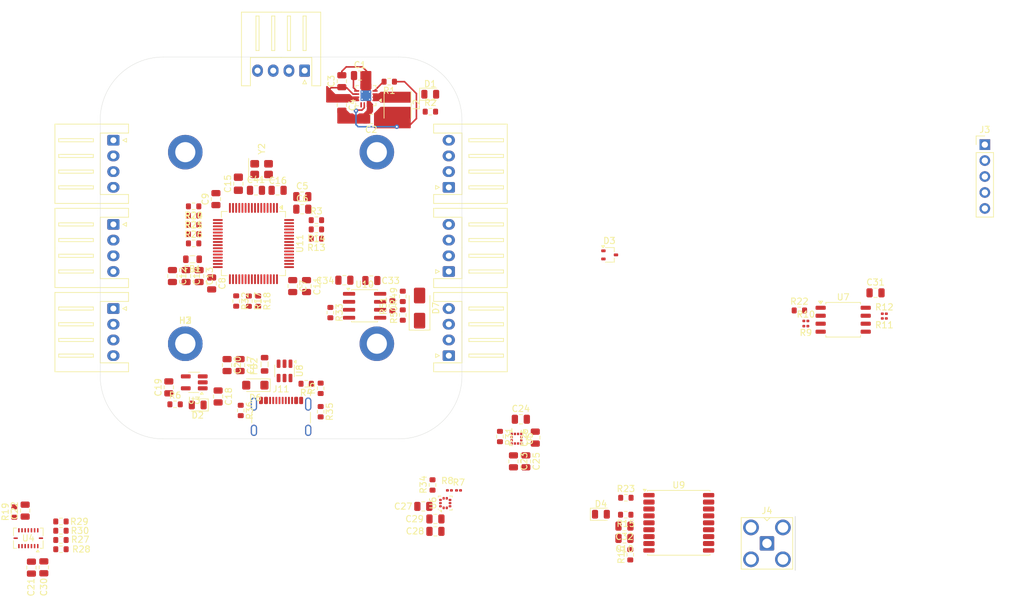
<source format=kicad_pcb>
(kicad_pcb (version 20241229) (generator "pcbnew") (generator_version "9.0")
  (layers (0 "F.Cu" signal) (2 "B.Cu" signal) (13 "F.Paste" user) (15 "B.Paste" user) (5 "F.SilkS" user "F.Silkscreen") (7 "B.SilkS" user "B.Silkscreen") (1 "F.Mask" user) (3 "B.Mask" user) (25 "Edge.Cuts" user))
  (net 0 "")
  (net 1 "Net-(U1-SS{slash}TR)")
  (net 2 "GND")
  (net 3 "5V_PDU")
  (net 7 "BAT_CURR")
  (net 8 "/BUCK_SW")
  (net 9 "Net-(D1-A)")
  (net 10 "TPS_EN")
  (net 11 "BAT_VOL")
  (net 12 "Net-(U1-PG)")
  (net 13 "3V3")
  (net 14 "STM_VDDA")
  (net 15 "NRST")
  (net 16 "OSC_IN")
  (net 17 "VBUS")
  (net 19 "VBUS_3V3")
  (net 20 "OSC_OUT")
  (net 21 "3V3_FCU")
  (net 23 "BOOT")
  (net 24 "Net-(SW1-B)")
  (net 25 "SWCLK")
  (net 26 "SWDIO")
  (net 27 "USB_D+")
  (net 28 "SWO")
  (net 29 "USB_D-")
  (net 31 "VBUS_SENS")
  (net 32 "Net-(D2-A)")
  (net 33 "Net-(U5-C1)")
  (net 36 "I2C_SCL")
  (net 37 "MAG_INT")
  (net 38 "I2C_SDA")
  (net 40 "Net-(D4-A)")
  (net 41 "CAN_H")
  (net 42 "CAN_L")
  (net 43 "/PERIPHERALS/D+")
  (net 44 "/PERIPHERALS/D-")
  (net 45 "Net-(J4-In)")
  (net 46 "Net-(U6-SA0)")
  (net 47 "Net-(U7-~{WP}{slash}IO_{2})")
  (net 48 "Net-(U7-~{HOLD}{slash}~{RESET}{slash}IO_{3})")
  (net 49 "Net-(U11-PB5)")
  (net 50 "GNSS_RST")
  (net 51 "GNSS_TX")
  (net 52 "Net-(U11-PB6)")
  (net 53 "Net-(U9-TIMEPULSE)")
  (net 54 "Net-(U4-SDO1)")
  (net 55 "SPI_MISO")
  (net 56 "Net-(U11-PA5)")
  (net 57 "SPI_SCK")
  (net 58 "Net-(U11-PA7)")
  (net 59 "SPI_MOSI")
  (net 60 "Net-(U7-DO{slash}IO_{1})")
  (net 61 "Net-(U9-TXD)")
  (net 62 "Net-(U11-PC4)")
  (net 63 "CSB_ACCEL")
  (net 64 "Net-(U11-PC5)")
  (net 65 "CSB_GYRO")
  (net 66 "Net-(U11-PB0)")
  (net 67 "CS_MEMO")
  (net 68 "INT1_ACCEL")
  (net 69 "Net-(U4-INT1)")
  (net 70 "INT2_ACCEL")
  (net 71 "Net-(U4-INT2)")
  (net 72 "INT1_GYRO")
  (net 73 "Net-(U4-INT3)")
  (net 74 "INT2_GYRO")
  (net 75 "Net-(U4-INT4)")
  (net 76 "Net-(U5-DRDY)")
  (net 77 "CAN_TX")
  (net 78 "Net-(U10-D)")
  (net 79 "Net-(U10-R)")
  (net 80 "CAN_RX")
  (net 81 "BAR_INT")
  (net 82 "Net-(U6-INT_DRDY)")
  (net 83 "Net-(U10-CANH)")
  (net 84 "Net-(U10-CANL)")
  (net 87 "GNSS_RX")
  (net 119 "Net-(J11-CC2)")
  (net 120 "Net-(J11-CC1)")
  (net 121 "/PERIPHERALS/USB_VBUS")
  (footprint "Resistor_SMD:R_0603_1608Metric" (layer "F.Cu") (at 111.95 111.625)
    (property "Reference" "R6")
    (property "Value" "4.7k")
  )
  (footprint "Resistor_SMD:R_0603_1608Metric" (layer "F.Cu") (at 183.7 129.2 180)
    (property "Reference" "R15")
    (property "Value" "4.7k")
  )
  (footprint "Resistor_SMD:R_0603_1608Metric" (layer "F.Cu") (at 183.725 126.5)
    (property "Reference" "R23")
    (property "Value" "33R")
  )
  (footprint "Resistor_SMD:R_0603_1608Metric" (layer "F.Cu") (at 93.775 134.7 180)
    (property "Reference" "R28")
    (property "Value" "33R")
  )
  (footprint "Package_SO:SOIC-8_5.3x5.3mm_P1.27mm" (layer "F.Cu") (at 218.325 98.155)
    (property "Reference" "U7")
    (property "Value" "W25Q64JV")
  )
  (footprint "Capacitor_SMD:C_0805_2012Metric" (layer "F.Cu") (at 118.8 110.375 -90)
    (property "Reference" "C18")
    (property "Value" "2u2/4u7")
  )
  (footprint "Resistor_SMD:R_0603_1608Metric" (layer "F.Cu") (at 114.9 83.05)
    (property "Reference" "R24")
    (property "Value" "33R")
  )
  (footprint "Package_TO_SOT_SMD:SOT-23-6" (layer "F.Cu") (at 129.375 106.3 -90)
    (property "Reference" "U8")
    (property "Value" "USBLC6-2SC6")
  )
  (footprint "Resistor_SMD:R_0201_0603Metric" (layer "F.Cu") (at 224.875 97.95 180)
    (property "Reference" "R11")
    (property "Value" "DNP")
  )
  (footprint "Package_QFP:LQFP-64_10x10mm_P0.5mm" (layer "F.Cu") (at 124.425 86.025 -90)
    (property "Reference" "U11")
    (property "Value" "STM32G473RETx")
  )
  (footprint "Resistor_SMD:R_0201_0603Metric" (layer "F.Cu") (at 212.38 98.35)
    (property "Reference" "R10")
    (property "Value" "DNP")
  )
  (footprint "Diode_SMD:D_SMF" (layer "F.Cu") (at 124.725 108.575 180)
    (property "Reference" "D6")
    (property "Value" "SMF54A")
  )
  (footprint "RF_GPS:ublox_MAX" (layer "F.Cu") (at 192.15 130.4875)
    (property "Reference" "U9")
    (property "Value" "MAX-M10M-20B")
  )
  (footprint "Capacitor_SMD:C_0805_2012Metric" (layer "F.Cu") (at 223.475 93.875)
    (property "Reference" "C31")
    (property "Value" "100n")
  )
  (footprint "Package_LGA:Bosch_LGA-16_4.5x3mm_P0.5mm_LayoutBorder7x1y_ClockwisePinNumbering" (layer "F.Cu") (at 88.58 132.94 180)
    (property "Reference" "U4")
    (property "Value" "BMI088")
  )
  (footprint "Capacitor_SMD:C_0805_2012Metric" (layer "F.Cu") (at 165.825 120.7 -90)
    (property "Reference" "C23")
    (property "Value" "220n")
  )
  (footprint "Connector_JST:JST_XH_S4B-XH-A_1x04_P2.50mm_Horizontal" (layer "F.Cu") (at 155.53 103.875 90)
    (property "Reference" "J10" (hide yes))
    (property "Value" "Conn_01x04_Pin")
  )
  (footprint "MountingHole:MountingHole_3.2mm_M3_ISO14580_Pad" (layer "F.Cu") (at 144.075 71.475)
    (property "Reference" "H4" (hide yes))
    (property "Value" "MountingHole_Pad" (hide yes))
  )
  (footprint "Inductor_SMD:L_0805_2012Metric" (layer "F.Cu") (at 126.2 105.25 90)
    (property "Reference" "FB2")
    (property "Value" "120R at 100 MHz")
  )
  (footprint "Capacitor_SMD:C_0805_2012Metric" (layer "F.Cu") (at 153.4 129.875 180)
    (property "Reference" "C29")
    (property "Value" "100n")
  )
  (footprint "Connector_JST:JST_XH_S4B-XH-A_1x04_P2.50mm_Horizontal" (layer "F.Cu") (at 155.53 77.075 90)
    (property "Reference" "J7" (hide yes))
    (property "Value" "Conn_01x04_Pin")
  )
  (footprint "Connector_JST:JST_XH_S4B-XH-A_1x04_P2.50mm_Horizontal" (layer "F.Cu") (at 132.575 58.495 180)
    (property "Reference" "J1" (hide yes))
    (property "Value" "Conn_01x04_Pin")
  )
  (footprint "Resistor_SMD:R_0603_1608Metric" (layer "F.Cu") (at 134.45 85.25 180)
    (property "Reference" "R13")
    (property "Value" "33R")
  )
  (footprint "Capacitor_SMD:C_0805_2012Metric" (layer "F.Cu") (at 143.175 66.2 180)
    (property "Reference" "C2")
    (property "Value" "22uF")
  )
  (footprint "Connector_USB:USB_C_Receptacle_GCT_USB4105-xx-A_16P_TopMnt_Horizontal" (layer "F.Cu") (at 128.825 114.69)
    (property "Reference" "J11")
    (property "Value" "USB_C_Receptacle_USB2.0_16P")
  )
  (footprint "Capacitor_SMD:C_0805_2012Metric" (layer "F.Cu") (at 151.475 127.875 180)
    (property "Reference" "C27")
    (property "Value" "100n")
  )
  (footprint "Resistor_SMD:R_0603_1608Metric" (layer "F.Cu") (at 86.35 128.775 -90)
    (property "Reference" "R19")
    (property "Value" "33R")
  )
  (footprint "LED_SMD:LED_0805_2012Metric" (layer "F.Cu") (at 179.75 129.125)
    (property "Reference" "D4")
    (property "Value" "LED")
  )
  (footprint "Capacitor_SMD:C_0805_2012Metric" (layer "F.Cu") (at 115.775 91.2 -90)
    (property "Reference" "C13")
    (property "Value" "1u")
  )
  (footprint "Capacitor_SMD:C_0805_2012Metric" (layer "F.Cu") (at 138.9 91.86 180)
    (property "Reference" "C34")
    (property "Value" "100nF")
  )
  (footprint "Connector_JST:JST_XH_S4B-XH-A_1x04_P2.50mm_Horizontal" (layer "F.Cu") (at 102.125 96.375 -90)
    (property "Reference" "J9" (hide yes))
    (property "Value" "Conn_01x04_Pin")
  )
  (footprint "Resistor_SMD:R_0603_1608Metric" (layer "F.Cu") (at 146.55 95.9425 90)
    (property "Reference" "R51")
    (property "Value" "120R")
  )
  (footprint "LED_SMD:LED_0805_2012Metric" (layer "F.Cu") (at 115.55 111.725 180)
    (property "Reference" "D2")
    (property "Value" "LED")
  )
  (footprint "Resistor_SMD:R_0603_1608Metric" (layer "F.Cu") (at 114.9 81.575 180)
    (property "Reference" "R21")
    (property "Value" "33R")
  )
  (footprint "Capacitor_SMD:C_0805_2012Metric" (layer "F.Cu") (at 132.2 80.55)
    (property "Reference" "C6")
    (property "Value" "100n")
  )
  (footprint "Resistor_SMD:R_0603_1608Metric" (layer "F.Cu") (at 132.825 108.35 180)
    (property "Reference" "R4")
    (property "Value" "33k")
  )
  (footprint "Capacitor_SMD:C_0805_2012Metric" (layer "F.Cu") (at 167 114)
    (property "Reference" "C24")
    (property "Value" "100n")
  )
  (footprint "Resistor_SMD:R_0603_1608Metric" (layer "F.Cu") (at 114.9 80.1 180)
    (property "Reference" "R20")
    (property "Value" "33R")
  )
  (footprint "Package_LGA:LGA-12_2x2mm_P0.5mm" (layer "F.Cu") (at 166.3125 117.1 -90)
    (property "Reference" "U5")
    (property "Value" "LIS2MDL")
  )
  (footprint "Capacitor_SMD:C_0805_2012Metric" (layer "F.Cu") (at 138.5 60.175 90)
    (property "Reference" "C3")
    (property "Value" "0.1uF")
  )
  (footprint "Resistor_SMD:R_0201_0603Metric" (layer "F.Cu") (at 212.38 99.175 180)
    (property "Reference" "R9")
    (property "Value" "DNP")
  )
  (footprint "Capacitor_SMD:C_0805_2012Metric" (layer "F.Cu") (at 141.3875 59.275)
    (property "Reference" "C1")
    (property "Value" "3.3nF")
  )
  (footprint "Capacitor_SMD:C_0805_2012Metric" (layer "F.Cu") (at 130.675 92.8 -90)
    (property "Reference" "C7")
    (property "Value" "100n")
  )
  (footprint "Resistor_SMD:R_0603_1608Metric" (layer "F.Cu") (at 123.7 95.2 -90)
    (property "Reference" "R17")
    (property "Value" "4.7k")
  )
  (footprint "Capacitor_SMD:C_0805_2012Metric" (layer "F.Cu") (at 183.5 131.015 180)
    (property "Reference" "C32")
    (property "Value" "100n")
  )
  (footprint "Inductor_SMD:L_Coilcraft_XxL4020" (layer "F.Cu") (at 147.375 63.91 -90)
    (property "Reference" "L2")
    (property "Value" "2.2uH")
  )
  (footprint "Resistor_SMD:R_0603_1608Metric" (layer "F.Cu") (at 135.125 112.8 -90)
    (property "Reference" "R35")
    (property "Value" "5k1")
  )
  (footprint "Connector_JST:JST_XH_S4B-XH-A_1x04_P2.50mm_Horizontal" (layer "F.Cu") (at 102.125 82.975 -90)
    (property "Reference" "J6" (hide yes))
    (property "Value" "Conn_01x04_Pin")
  )
  (footprint "Resistor_SMD:R_0603_1608Metric" (layer "F.Cu") (at 93.775 133.225 180)
    (property "Reference" "R27")
    (property "Value" "33R")
  )
  (footprint "Connector_JST:JST_XH_S4B-XH-A_1x04_P2.50mm_Horizontal" (layer "F.Cu") (at 102.125 69.575 -90)
    (property "Reference" "J5" (hide yes))
    (property "Value" "Conn_01x04_Pin")
  )
  (footprint "Resistor_SMD:R_0603_1608Metric" (layer "F.Cu") (at 114.9 86)
    (property "Reference" "R26")
    (property "Value" "33R")
  )
  (footprint "Capacitor_SMD:C_0805_2012Metric_Pad1.18x1.45mm_HandSolder" (layer "F.Cu") (at 122.025 76.5 90)
    (property "Reference" "C15")
    (property "Value" "100n")
  )
  (footprint "Resistor_SMD:R_0603_1608Metric" (layer "F.Cu") (at 148.2 94.435 90)
    (property "Reference" "R49")
    (property "Value" "22Ω")
  )
  (footprint "Capacitor_SMD:C_0805_2012Metric" (layer "F.Cu") (at 117.775 92.375 -90)
    (property "Reference" "C8")
    (property "Value" "100n")
  )
  (footprint "Capacitor_SMD:C_0805_2012Metric" (layer "F.Cu") (at 169.3 116.925 90)
    (property "Reference" "C26")
    (property "Value" "10u")
  )
  (footprint "Capacitor_SMD:C_0805_2012Metric" (layer "F.Cu") (at 118.45 78.95 90)
    (property "Reference" "C9")
    (property "Value" "100n")
  )
  (footprint "Connector_PinHeader_2.54mm:PinHeader_1x05_P2.54mm_Vertical" (layer "F.Cu") (at 240.8775 70.275)
    (property "Reference" "J3")
    (property "Value" "Conn_01x05_Pin")
  )
  (footprint "Resistor_SMD:R_0603_1608Metric" (layer "F.Cu") (at 146.05 60.25 180)
    (property "Reference" "R1")
    (property "Value" "100k")
  )
  (footprint "Resistor_SMD:R_0603_1608Metric" (layer "F.Cu") (at 125.175 95.2 -90)
    (property "Reference" "R18")
    (property "Value" "4.7k")
  )
  (footprint "Resistor_SMD:R_0603_1608Metric" (layer "F.Cu") (at 152.6 65.025)
    (property "Reference" "R2")
    (property "Value" "4.7k")
  )
  (footprint "Package_TO_SOT_SMD:SOT-323_SC-70" (layer "F.Cu") (at 181.1475 87.83)
    (property "Reference" "D3")
    (property "Value" "BAT54CWFILMY")
  )
  (footprint "Resistor_SMD:R_0603_1608Metric" (layer "F.Cu") (at 211.35 96.675)
    (property "Reference" "R22")
    (property "Value" "33R")
  )
  (footprint "Connector_JST:JST_XH_S4B-XH-A_1x04_P2.50mm_Horizontal" (layer "F.Cu") (at 155.53 90.475 90)
    (property "Reference" "J8" (hide yes))
    (property "Value" "Conn_01x04_Pin")
  )
  (footprint "Resistor_SMD:R_0603_1608Metric" (layer "F.Cu") (at 93.775 131.75 180)
    (property "Reference" "R30")
    (property "Value" "33R")
  )
  (footprint "Package_DFN_QFN:VQFN-16-1EP_3x3mm_P0.5mm_EP1.68x1.68mm_ThermalVias" (layer "F.Cu") (at 142.325 62.475 180)
    (property "Reference" "U1" (hide yes))
    (property "Value" "TPS62132")
  )
  (footprint "MountingHole:MountingHole_3.2mm_M3_ISO14580_Pad" (layer "F.Cu") (at 113.575 101.975)
    (property "Reference" "H2")
    (property "Value" "MountingHole_Pad")
  )
  (footprint "Resistor_SMD:R_0201_0603Metric" (layer "F.Cu") (at 224.875 97.2)
    (property "Reference" "R12")
    (property "Value" "DNP")
  )
  (footprint "Resistor_SMD:R_0201_0603Metric" (layer "F.Cu") (at 155.63 125.325 180)
    (property "Reference" "R7")
    (property "Value" "DNP")
  )
  (footprint "Capacitor_SMD:C_0805_2012Metric" (layer "F.Cu") (at 167.8 120.7 -90)
    (property "Reference" "C25")
    (property "Value" "100n")
  )
  (footprint "Capacitor_SMD:C_0805_2012Metric" (layer "F.Cu") (at 110.95 108.925 90)
    (property "Reference" "C19")
    (property "Value" "2u2")
  )
  (footprint "Resistor_SMD:R_0201_0603Metric" (layer "F.Cu") (at 157.08 125.325)
    (property "Reference" "R8")
    (property "Value" "DNP")
  )
  (footprint "Resistor_SMD:R_0603_1608Metric" (layer "F.Cu") (at 114.9 84.525)
    (property "Reference" "R25")
    (property "Value" "33R")
  )
  (footprint "Crystal:Crystal_SMD_3225-4Pin_3.2x2.5mm" (layer "F.Cu") (at 125.725 74.175)
    (property "Reference" "Y2")
    (property "Value" "16MHz")
  )
  (footprint "Package_LGA:ST_HLGA-10_2x2mm_P0.5mm_LayoutBorder3x2y" (layer "F.Cu") (at 154.9625 127.35 90)
    (property "Reference" "U6")
    (property "Value" "LPS22HH")
  )
  (footprint "Resistor_SMD:R_0603_1608Metric" (layer "F.Cu") (at 184.425 135.575 90)
    (property "Reference" "R16")
    (property "Value" "10k/DNP")
  )
  (footprint "Capacitor_SMD:C_0805_2012Metric" (layer "F.Cu") (at 128.275 77.55 180)
    (property "Reference" "C16")
    (property "Value" "10p")
  )
  (footprint "Resistor_SMD:R_0603_1608Metric" (layer "F.Cu") (at 135.125 109.075 90)
    (property "Reference" "R5")
    (property "Value" "82k")
  )
  (footprint "Resistor_SMD:R_0603_1608Metric" (layer "F.Cu") (at 121.675 95.175 -90)
    (property "Reference" "R32")
    (property "Value" "22Ω")
  )
  (footprint "Package_SO:SOIC-8_3.9x4.9mm_P1.27mm" (layer "F.Cu") (at 142.125 95.935)
    (property "Reference" "U10")
    (property "Value" "SN65HVD232")
  )
  (footprint "MountingHole:MountingHole_3.2mm_M3_ISO14580_Pad" (layer "F.Cu") (at 113.575 71.475)
    (property "Reference" "H1" (hide yes))
    (property "Value" "MountingHole_Pad" (hide yes))
  )
  (footprint "Resistor_SMD:R_0603_1608Metric" (layer "F.Cu") (at 93.775 130.275 180)
    (property "Reference" "R29")
    (property "Value" "33R")
  )
  (footprint "Capacitor_SMD:C_0805_2012Metric" (layer "F.Cu") (at 89.075 137.625 -90)
    (property "Reference" "C21")
    (property "Value" "100n")
  )
  (footprint "Capacitor_SMD:C_0805_2012Metric" (layer "F.Cu") (at 113.7 91.2 -90)
    (property "Reference" "C14")
    (property "Value" "1u")
  )
  (footprint "Capacitor_SMD:C_0805_2012Metric" (layer "F.Cu") (at 143.2 91.91)
    (property "Reference" "C33")
    (property "Value" "1uF")
  )
  (footprint "Capacitor_SMD:C_0805_2012Metric" (layer "F.Cu") (at 132.875 92.8 -90)
    (property "Reference" "C11")
    (property "Value" "10u")
  )
  (footprint "Resistor_SMD:R_0603_1608Metric" (layer "F.Cu") (at 136.675 97.0175 -90)
    (property "Reference" "R33")
    (property "Value" "22Ω")
  )
  (footprint "Resistor_SMD:R_0603_1608Metric" (layer "F.Cu") (at 134.45 83.775 180)
    (property "Reference" "R14")
    (property "Value" "33R")
  )
  (footprint "Capacitor_SMD:C_0805_2012Metric" (layer "F.Cu") (at 111.525 91.2 -90)
    (property "Reference" "C12")
    (property "Value" "10n")
  )
  (footprint "Capacitor_SMD:C_0805_2012Metric" (layer "F.Cu") (at 124.825 77.55)
    (property "Reference" "C41")
    (property "Value" "10p")
  )
  (footprint "Capacitor_SMD:C_0805_2012Metric" (layer "F.Cu") (at 132.2 78.55)
    (property "Reference" "C5")
    (property "Value" "100n")
  )
  (footprint "Capacitor_SMD:C_0805_2012Metric" (layer "F.Cu") (at 120.225 105.375 -90)
    (property "Reference" "C20")
    (property "Value" "100n")
  )
  (footprint "Resistor_SMD:R_0603_1608Metric" (layer "F.Cu") (at 152.9375 124.4625 -90)
    (property "Reference" "R34")
    (property "Value" "33R")
  )
  (footprint "Resistor_SMD:R_0603_1608Metric" (layer "F.Cu") (at 122.4 112.6 -90)
    (property "Reference" "R36")
    (property "Value" "5k1")
  )
  (footprint "Capacitor_SMD:C_0805_2012Metric" (layer "F.Cu") (at 122.3 105.375 -90)
    (property "Reference" "C17")
    (property "Value" "22u")
  )
  (footprint "Capacitor_SMD:C_0805_2012Metric" (layer "F.Cu") (at 138.5 63.95 -90)
    (property "Reference" "C4")
    (property "Value" "10uF")
  )
  (footprint "Diode_SMD:D_SMA" (layer "F.Cu") (at 150.875 96.3 90)
    (property "Reference" "D7")
    (property "Value" "SMAJ5.0CA")
  )
  (footprint "Inductor_SMD:L_0805_2012Metric" (layer "F.Cu") (at 114.725 88.525 180)
    (property "Reference" "FB1")
    (property "Value" "120R at 100 MHz")
  )
  (footprint "Package_TO_SOT_SMD:SOT-23-5_HandSoldering" (layer "F.Cu") (at 115 108.125 180)
    (property "Reference" "U3")
    (property "Value" "TLV75533PDYDR")
  )
  (footprint "Connector_Coaxial:SMA_Amphenol_901-143_Horizontal" (layer "F.Cu") (at 206.19 133.765 -90)
    (property "Reference" "J4")
    (property "Value" "Conn_Coaxial_Small")
    (fp_line (start 4.3 -4.5) (end -4.3 -4.5) (stroke (width 0.1)) (layer "Edge.Cuts"))
  )
  (footprint "Resistor_SMD:R_0603_1608Metric" (layer "F.Cu") (at 148.2 97.41 -90)
    (property "Reference" "R50")
    (property "Value" "22Ω")
  )
  (footprint "MountingHole:MountingHole_3.2mm_M3_ISO14580_Pad" (layer "F.Cu") (at 113.575 101.975)
    (property "Reference" "H3")
    (property "Value" "MountingHole_Pad")
  )
  (footprint "Capacitor_SMD:C_0805_2012Metric" (layer "F.Cu") (at 183.5 132.975 180)
    (property "Reference" "C10")
    (property "Value" "100n")
  )
  (footprint "MountingHole:MountingHole_3.2mm_M3_ISO14580_Pad" (layer "F.Cu") (at 144.075 101.975)
    (property "Reference" "H3" (hide yes))
    (property "Value" "MountingHole_Pad" (hide yes))
  )
  (footprint "Resistor_SMD:R_0603_1608Metric" (layer "F.Cu") (at 134.45 82.3)
    (property "Reference" "R3")
    (property "Value" "10k")
  )
  (footprint "Capacitor_SMD:C_0805_2012Metric" (layer "F.Cu") (at 153.4 131.85 180)
    (property "Reference" "C28")
    (property "Value" "10u")
  )
  (footprint "Capacitor_SMD:C_0805_2012Metric" (layer "F.Cu") (at 91.05 137.575 -90)
    (property "Reference" "C30")
    (property "Value" "10u")
  )
  (footprint "LED_SMD:LED_0805_2012Metric" (layer "F.Cu") (at 152.575 62.25)
    (property "Reference" "D1")
    (property "Value" "LED")
  )
  (footprint "Capacitor_SMD:C_0805_2012Metric" (layer "F.Cu") (at 88.075 128.55 90)
    (property "Reference" "C22")
    (property "Value" "100n")
  )
  (footprint "Resistor_SMD:R_0603_1608Metric" (layer "F.Cu") (at 163.675 116.75 -90)
    (property "Reference" "R31")
    (property "Value" "33R")
  )
  (gr_line (start 110.075 56.325) (end 147.575 56.325) (stroke (width 0.05)) (layer "Edge.Cuts"))
  (gr_line (start 100.025 107.075) (end 100.025 66.375) (stroke (width 0.05)) (layer "Edge.Cuts"))
  (gr_line (start 157.625 66.375) (end 157.625 107.075) (stroke (width 0.05)) (layer "Edge.Cuts"))
  (gr_arc (start 110.075 117.125) (mid 102.968577 114.181423) (end 100.025 107.075) (stroke (width 0.05)) (layer "Edge.Cuts"))
  (gr_line (start 147.575 117.125) (end 110.075 117.125) (stroke (width 0.05)) (layer "Edge.Cuts"))
  (gr_arc (start 147.575 56.325) (mid 154.681423 59.268577) (end 157.625 66.375) (stroke (width 0.05)) (layer "Edge.Cuts"))
  (gr_arc (start 100.025 66.375) (mid 102.968577 59.268577) (end 110.075 56.325) (stroke (width 0.05)) (layer "Edge.Cuts"))
  (gr_arc (start 157.625 107.075) (mid 154.681423 114.181423) (end 147.575 117.125) (stroke (width 0.05)) (layer "Edge.Cuts"))
  (segment (start 140.8625 61.725) (end 140.35 61.2125) (width 0.25) (layer "F.Cu") (net 1))
  (segment (start 140.35 61.2125) (end 140.35 59.275) (width 0.25) (layer "F.Cu") (net 1))
  (segment (start 138.5 58.6) (end 139.2 57.9) (width 0.25) (layer "F.Cu") (net 2))
  (segment (start 139.2 57.9) (end 141.8 57.9) (width 0.25) (layer "F.Cu") (net 2))
  (segment (start 138.5 59.1375) (end 138.5 58.6) (width 0.25) (layer "F.Cu") (net 2))
  (segment (start 141.8 57.925) (end 142.425 58.55) (width 0.25) (layer "F.Cu") (net 2))
  (segment (start 141.8 57.9) (end 141.8 57.925) (width 0.25) (layer "F.Cu") (net 2))
  (segment (start 142.425 58.55) (end 142.425 59.275) (width 0.25) (layer "F.Cu") (net 2))
  (segment (start 139.2625 61.2125) (end 140.275 62.225) (width 0.25) (layer "F.Cu") (net 3))
  (segment (start 138.5 61.2125) (end 139.2625 61.2125) (width 0.25) (layer "F.Cu") (net 3))
  (segment (start 138.5 61.2125) (end 136.7875 61.2125) (width 0.25) (layer "F.Cu") (net 3))
  (segment (start 136.7875 61.2125) (end 136.525 61.475) (width 0.25) (layer "F.Cu") (net 3))
  (segment (start 140.275 62.225) (end 140.8625 62.225) (width 0.25) (layer "F.Cu") (net 3))
  (segment (start 143.7875 61.6) (end 145.1375 60.25) (width 0.25) (layer "F.Cu") (net 12))
  (segment (start 143.7875 61.725) (end 143.7875 61.6) (width 0.25) (layer "F.Cu") (net 12))
  (segment (start 142.075 64.401154) (end 141.701154 64.775) (width 0.25) (layer "F.Cu") (net 13))
  (segment (start 140.85 64.775) (end 140.75 64.875) (width 0.25) (layer "F.Cu") (net 13))
  (segment (start 148.475 60.25) (end 150.375 62.15) (width 0.25) (layer "F.Cu") (net 13))
  (segment (start 142.075 63.9375) (end 142.075 64.401154) (width 0.25) (layer "F.Cu") (net 13))
  (segment (start 146.9625 60.25) (end 148.475 60.25) (width 0.25) (layer "F.Cu") (net 13))
  (segment (start 140.925 64.775) (end 140.85 64.775) (width 0.25) (layer "F.Cu") (net 13))
  (segment (start 150.375 62.15) (end 150.375 66.125) (width 0.25) (layer "F.Cu") (net 13))
  (segment (start 150.375 66.125) (end 149.075 67.425) (width 0.25) (layer "F.Cu") (net 13))
  (segment (start 141.701154 64.775) (end 140.925 64.775) (width 0.25) (layer "F.Cu") (net 13))
  (segment (start 149.075 67.425) (end 147.25 67.425) (width 0.25) (layer "F.Cu") (net 13))
  (via (at 147.25 67.425) (size 0.7) (drill 0.3) (layers "F.Cu" "B.Cu") (net 13))
  (via (at 140.75 64.875) (size 0.7) (drill 0.3) (layers "F.Cu" "B.Cu") (net 13))
  (segment (start 140.825 67.15) (end 141.1 67.425) (width 0.25) (layer "B.Cu") (net 13))
  (segment (start 140.75 64.875) (end 140.75 67.075) (width 0.25) (layer "B.Cu") (net 13))
  (segment (start 141.1 67.425) (end 147.25 67.425) (width 0.25) (layer "B.Cu") (net 13))
  (segment (start 140.75 67.075) (end 140.825 67.15) (width 0.25) (layer "B.Cu") (net 13))
  (zone (net 3) (net_name "5V_PDU") (layer "F.Cu") (connect_pads yes (clearance 0.3)) (min_thickness 0.25) (fill yes (thermal_gap 0.5) (thermal_bridge_width 0.5))
    (polygon (pts (xy 141.275 62.6) (xy 140.15 62.6) (xy 139.775 62.225) (xy 137.475 62.225) (xy 136 60.75) (xy 136 62.225) (xy 136 63.575) (xy 139.925 63.575) (xy 140.15 63.35) (xy 141.275 63.35)))
  )
  (zone (net 2) (net_name "GND") (layer "F.Cu") (priority 2) (connect_pads yes (clearance 0.3)) (min_thickness 0.25) (fill yes (thermal_gap 0.5) (thermal_bridge_width 0.5))
    (polygon (pts (xy 143.2 61.4) (xy 143.2 58.55) (xy 141.45 58.55) (xy 141.45 61.4) (xy 141.7 61.65) (xy 142.45 61.65) (xy 142.45 64.8) (xy 141.95 65.3) (xy 139.8 65.3) (xy 139.225 64.725) (xy 139.225 64.4) (xy 137.775 64.4) (xy 137.775 66.925) (xy 143.025 66.925) (xy 143.025 65.55) (xy 143.475 65.1) (xy 143.475 63.825) (xy 143.3 63.65) (xy 143.15 63.5) (xy 143.15 61.45)))
  )
  (zone (net 13) (net_name "3V3") (layer "F.Cu") (priority 3) (connect_pads yes (clearance 0.3)) (min_thickness 0.25) (fill yes (thermal_gap 0.5) (thermal_bridge_width 0.5))
    (polygon (pts (xy 147.125 64.25) (xy 144.675 64.25) (xy 143.625 65.3) (xy 143.625 67.675) (xy 149.475 67.675) (xy 149.475 64.25)))
  )
  (zone (net 8) (net_name "/BUCK_SW") (layer "F.Cu") (priority 1) (connect_pads yes (clearance 0.3)) (min_thickness 0.25) (fill yes (thermal_gap 0.5) (thermal_bridge_width 0.5))
    (polygon (pts (xy 143 62.1) (xy 143 63.35) (xy 144.425 63.35) (xy 144.675 63.6) (xy 149.475 63.6) (xy 149.475 61.85) (xy 144.675 61.85) (xy 144.425 62.1)))
  )
)
</source>
